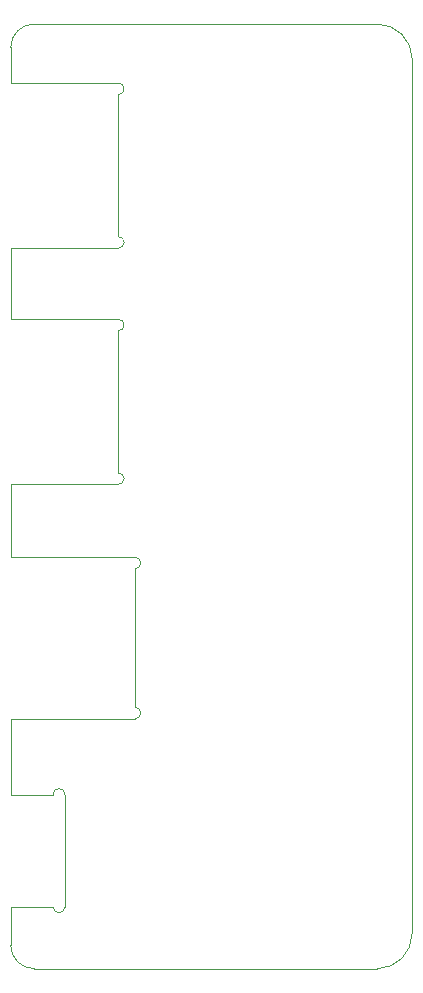
<source format=gm1>
G04 #@! TF.GenerationSoftware,KiCad,Pcbnew,9.0.4*
G04 #@! TF.CreationDate,2025-08-21T00:06:41-07:00*
G04 #@! TF.ProjectId,DisplayAdapter,44697370-6c61-4794-9164-61707465722e,rev?*
G04 #@! TF.SameCoordinates,Original*
G04 #@! TF.FileFunction,Profile,NP*
%FSLAX46Y46*%
G04 Gerber Fmt 4.6, Leading zero omitted, Abs format (unit mm)*
G04 Created by KiCad (PCBNEW 9.0.4) date 2025-08-21 00:06:41*
%MOMM*%
%LPD*%
G01*
G04 APERTURE LIST*
G04 #@! TA.AperFunction,Profile*
%ADD10C,0.100000*%
G04 #@! TD*
G04 APERTURE END LIST*
D10*
X40000000Y-59200000D02*
X40000000Y-60800000D01*
X71000000Y-38000000D02*
G75*
G02*
X74000000Y-41000000I0J-3000000D01*
G01*
X40000000Y-79200000D02*
X40000000Y-81200000D01*
X71000000Y-38000000D02*
X42000000Y-38000000D01*
X40000000Y-98800000D02*
X40000000Y-101200000D01*
X74000000Y-115000000D02*
G75*
G02*
X71000000Y-118000000I-3000000J0D01*
G01*
X42000000Y-118000000D02*
X71000000Y-118000000D01*
X74000000Y-115000000D02*
X74000000Y-41000000D01*
X40000000Y-40000000D02*
G75*
G02*
X42000000Y-38000000I2000000J0D01*
G01*
X42000000Y-118000000D02*
G75*
G02*
X40000000Y-116000000I0J2000000D01*
G01*
X40000000Y-40000000D02*
X40000000Y-40800000D01*
X40000000Y-114800000D02*
X40000000Y-116000000D01*
X40000000Y-83150000D02*
X40000000Y-81200000D01*
X40000000Y-96850000D02*
X40000000Y-98800000D01*
X50500000Y-83150000D02*
X40000000Y-83150000D01*
X50500000Y-95850000D02*
X50500000Y-84150000D01*
X50500000Y-96850000D02*
X40000000Y-96850000D01*
X50500000Y-83150000D02*
G75*
G02*
X50500000Y-84150000I0J-500000D01*
G01*
X50500000Y-95850000D02*
G75*
G02*
X50500000Y-96850000I0J-500000D01*
G01*
X40000000Y-103250000D02*
X40000000Y-101200000D01*
X40000000Y-103250000D02*
X43590000Y-103250000D01*
X40000000Y-112750000D02*
X40000000Y-114800000D01*
X40000000Y-112750000D02*
X43590000Y-112750000D01*
X44590000Y-103250000D02*
X44590000Y-112750000D01*
X43590000Y-103250000D02*
G75*
G02*
X44590000Y-103250000I500000J0D01*
G01*
X44590000Y-112750000D02*
G75*
G02*
X43590000Y-112750000I-500000J0D01*
G01*
X40000000Y-63000000D02*
X40000000Y-60800000D01*
X40000000Y-63000000D02*
X49100000Y-63000000D01*
X40000000Y-77000000D02*
X40000000Y-79200000D01*
X40000000Y-77000000D02*
X49100000Y-77000000D01*
X49100000Y-76000000D02*
X49100000Y-64000000D01*
X49100000Y-63000000D02*
G75*
G02*
X49100000Y-64000000I0J-500000D01*
G01*
X49100000Y-76000000D02*
G75*
G02*
X49100000Y-77000000I0J-500000D01*
G01*
X40000000Y-43000000D02*
X40000000Y-40800000D01*
X40000000Y-43000000D02*
X49100000Y-43000000D01*
X40000000Y-57000000D02*
X40000000Y-59200000D01*
X40000000Y-57000000D02*
X49100000Y-57000000D01*
X49100000Y-56000000D02*
X49100000Y-44000000D01*
X49100000Y-43000000D02*
G75*
G02*
X49100000Y-44000000I0J-500000D01*
G01*
X49100000Y-56000000D02*
G75*
G02*
X49100000Y-57000000I0J-500000D01*
G01*
M02*

</source>
